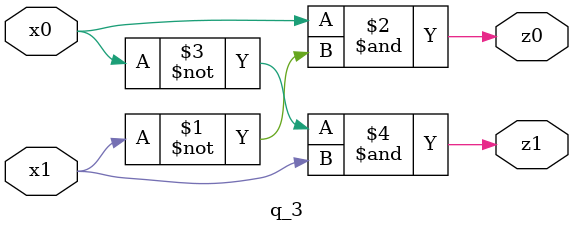
<source format=v>

module q_3 ( 
    x0, x1,
    z0, z1  );
  input  x0, x1;
  output z0, z1;
  assign z0 = x0 & ~x1;
  assign z1 = ~x0 & x1;
endmodule



</source>
